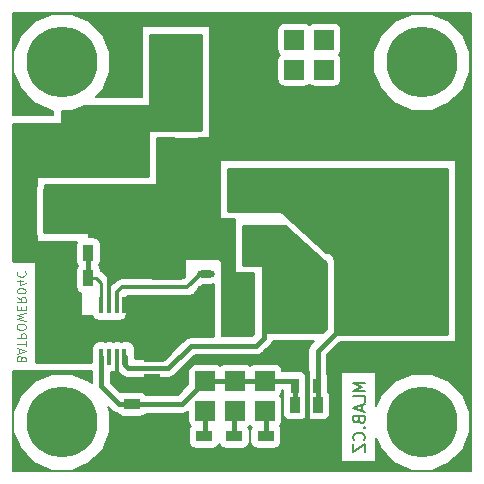
<source format=gbr>
G04 #@! TF.FileFunction,Copper,L2,Bot,Signal*
%FSLAX46Y46*%
G04 Gerber Fmt 4.6, Leading zero omitted, Abs format (unit mm)*
G04 Created by KiCad (PCBNEW 0.201503110816+5502~22~ubuntu14.10.1-product) date St 11. březen 2015, 19:54:32 CET*
%MOMM*%
G01*
G04 APERTURE LIST*
%ADD10C,0.100000*%
%ADD11C,0.200000*%
%ADD12R,1.651000X1.651000*%
%ADD13C,6.000000*%
%ADD14R,3.000000X5.500000*%
%ADD15R,3.810000X3.810000*%
%ADD16R,2.499360X2.550160*%
%ADD17R,1.397000X0.889000*%
%ADD18R,0.889000X1.397000*%
%ADD19R,2.700020X2.550160*%
%ADD20R,1.800860X2.499360*%
%ADD21R,2.499360X1.800860*%
%ADD22O,1.473200X0.609600*%
%ADD23R,0.450000X1.450000*%
%ADD24R,0.700000X1.300000*%
%ADD25C,0.889000*%
%ADD26C,0.254000*%
%ADD27C,0.400000*%
%ADD28C,0.300000*%
%ADD29C,1.000000*%
G04 APERTURE END LIST*
D10*
D11*
X30741881Y8405452D02*
X29741881Y8405452D01*
X30456167Y8072118D01*
X29741881Y7738785D01*
X30741881Y7738785D01*
X30741881Y6786404D02*
X30741881Y7262595D01*
X29741881Y7262595D01*
X30456167Y6500690D02*
X30456167Y6024499D01*
X30741881Y6595928D02*
X29741881Y6262595D01*
X30741881Y5929261D01*
X30218071Y5262594D02*
X30265690Y5119737D01*
X30313310Y5072118D01*
X30408548Y5024499D01*
X30551405Y5024499D01*
X30646643Y5072118D01*
X30694262Y5119737D01*
X30741881Y5214975D01*
X30741881Y5595928D01*
X29741881Y5595928D01*
X29741881Y5262594D01*
X29789500Y5167356D01*
X29837119Y5119737D01*
X29932357Y5072118D01*
X30027595Y5072118D01*
X30122833Y5119737D01*
X30170452Y5167356D01*
X30218071Y5262594D01*
X30218071Y5595928D01*
X30646643Y4595928D02*
X30694262Y4548309D01*
X30741881Y4595928D01*
X30694262Y4643547D01*
X30646643Y4595928D01*
X30741881Y4595928D01*
X30646643Y3548309D02*
X30694262Y3595928D01*
X30741881Y3738785D01*
X30741881Y3834023D01*
X30694262Y3976881D01*
X30599024Y4072119D01*
X30503786Y4119738D01*
X30313310Y4167357D01*
X30170452Y4167357D01*
X29979976Y4119738D01*
X29884738Y4072119D01*
X29789500Y3976881D01*
X29741881Y3834023D01*
X29741881Y3738785D01*
X29789500Y3595928D01*
X29837119Y3548309D01*
X29741881Y3214976D02*
X29741881Y2548309D01*
X30741881Y3214976D01*
X30741881Y2548309D01*
D10*
X1653771Y10467228D02*
X1618057Y10574371D01*
X1582343Y10610086D01*
X1510914Y10645800D01*
X1403771Y10645800D01*
X1332343Y10610086D01*
X1296629Y10574371D01*
X1260914Y10502943D01*
X1260914Y10217228D01*
X2010914Y10217228D01*
X2010914Y10467228D01*
X1975200Y10538657D01*
X1939486Y10574371D01*
X1868057Y10610086D01*
X1796629Y10610086D01*
X1725200Y10574371D01*
X1689486Y10538657D01*
X1653771Y10467228D01*
X1653771Y10217228D01*
X1475200Y10931514D02*
X1475200Y11288657D01*
X1260914Y10860086D02*
X2010914Y11110086D01*
X1260914Y11360086D01*
X2010914Y11502943D02*
X2010914Y11931514D01*
X1260914Y11717228D02*
X2010914Y11717228D01*
X1260914Y12181514D02*
X2010914Y12181514D01*
X2010914Y12467229D01*
X1975200Y12538657D01*
X1939486Y12574372D01*
X1868057Y12610086D01*
X1760914Y12610086D01*
X1689486Y12574372D01*
X1653771Y12538657D01*
X1618057Y12467229D01*
X1618057Y12181514D01*
X2010914Y13074372D02*
X2010914Y13217229D01*
X1975200Y13288657D01*
X1903771Y13360086D01*
X1760914Y13395800D01*
X1510914Y13395800D01*
X1368057Y13360086D01*
X1296629Y13288657D01*
X1260914Y13217229D01*
X1260914Y13074372D01*
X1296629Y13002943D01*
X1368057Y12931514D01*
X1510914Y12895800D01*
X1760914Y12895800D01*
X1903771Y12931514D01*
X1975200Y13002943D01*
X2010914Y13074372D01*
X2010914Y13645800D02*
X1260914Y13824371D01*
X1796629Y13967228D01*
X1260914Y14110086D01*
X2010914Y14288657D01*
X1653771Y14574371D02*
X1653771Y14824371D01*
X1260914Y14931514D02*
X1260914Y14574371D01*
X2010914Y14574371D01*
X2010914Y14931514D01*
X1260914Y15681514D02*
X1618057Y15431514D01*
X1260914Y15252942D02*
X2010914Y15252942D01*
X2010914Y15538657D01*
X1975200Y15610085D01*
X1939486Y15645800D01*
X1868057Y15681514D01*
X1760914Y15681514D01*
X1689486Y15645800D01*
X1653771Y15610085D01*
X1618057Y15538657D01*
X1618057Y15252942D01*
X2010914Y16145800D02*
X2010914Y16217228D01*
X1975200Y16288657D01*
X1939486Y16324371D01*
X1868057Y16360085D01*
X1725200Y16395800D01*
X1546629Y16395800D01*
X1403771Y16360085D01*
X1332343Y16324371D01*
X1296629Y16288657D01*
X1260914Y16217228D01*
X1260914Y16145800D01*
X1296629Y16074371D01*
X1332343Y16038657D01*
X1403771Y16002942D01*
X1546629Y15967228D01*
X1725200Y15967228D01*
X1868057Y16002942D01*
X1939486Y16038657D01*
X1975200Y16074371D01*
X2010914Y16145800D01*
X1760914Y17038657D02*
X1260914Y17038657D01*
X2046629Y16860086D02*
X1510914Y16681514D01*
X1510914Y17145800D01*
X1332343Y17860086D02*
X1296629Y17824372D01*
X1260914Y17717229D01*
X1260914Y17645800D01*
X1296629Y17538657D01*
X1368057Y17467229D01*
X1439486Y17431514D01*
X1582343Y17395800D01*
X1689486Y17395800D01*
X1832343Y17431514D01*
X1903771Y17467229D01*
X1975200Y17538657D01*
X2010914Y17645800D01*
X2010914Y17717229D01*
X1975200Y17824372D01*
X1939486Y17860086D01*
D12*
X15875000Y34417000D03*
X15875000Y36957000D03*
X10795000Y34417000D03*
X13335000Y34417000D03*
X18415000Y34417000D03*
X18415000Y36957000D03*
X13335000Y36957000D03*
X10795000Y36957000D03*
X22288500Y6032500D03*
X22288500Y8572500D03*
X19748500Y6032500D03*
X19748500Y8572500D03*
X17208500Y6032500D03*
X17208500Y8572500D03*
X24765000Y37457000D03*
X24765000Y34917000D03*
X29845000Y37457000D03*
X27305000Y37457000D03*
X22225000Y37457000D03*
X22225000Y34917000D03*
X27305000Y34917000D03*
X29845000Y34917000D03*
D13*
X35560000Y5080000D03*
X5080000Y35560000D03*
X5080000Y5080000D03*
X35560000Y35560000D03*
D14*
X25988000Y16121000D03*
X35988000Y16121000D03*
D15*
X35226000Y29591000D03*
X30226000Y29591000D03*
X35226000Y24574500D03*
X30226000Y24574500D03*
X5350500Y28003500D03*
X10350500Y28003500D03*
X5350500Y22987000D03*
X10350500Y22987000D03*
D16*
X13970000Y18399760D03*
X13970000Y13350240D03*
D17*
X12700000Y10604500D03*
X12700000Y8699500D03*
D18*
X5397500Y17272000D03*
X7302500Y17272000D03*
X26733500Y6545200D03*
X24828500Y6545200D03*
D17*
X10985500Y6604000D03*
X10985500Y4699000D03*
D19*
X25654000Y30988000D03*
X25654000Y24638000D03*
X20701000Y31115000D03*
X20701000Y24765000D03*
D20*
X15621000Y26957020D03*
X15621000Y30954980D03*
D21*
X17813020Y20701000D03*
X21810980Y20701000D03*
D22*
X17272000Y13843000D03*
X17272000Y15113000D03*
X17272000Y16383000D03*
X17272000Y17653000D03*
X22860000Y17653000D03*
X22860000Y16383000D03*
X22860000Y15113000D03*
X22860000Y13843000D03*
D18*
X5397500Y19431000D03*
X7302500Y19431000D03*
D17*
X19685000Y3873500D03*
X19685000Y1968500D03*
X17145000Y3873500D03*
X17145000Y1968500D03*
X22352000Y3873500D03*
X22352000Y1968500D03*
D23*
X10373000Y10627000D03*
X9723000Y10627000D03*
X9073000Y10627000D03*
X8423000Y10627000D03*
X8423000Y15027000D03*
X9073000Y15027000D03*
X9723000Y15027000D03*
X10373000Y15027000D03*
D24*
X26680200Y8153400D03*
X24780200Y8153400D03*
D25*
X24079200Y10236200D03*
X25476200Y11607800D03*
X25450800Y10210800D03*
X18084800Y10388600D03*
X25834999Y3922050D03*
X28041600Y3860800D03*
X28244800Y10490200D03*
X32512000Y10668000D03*
X14173200Y8077200D03*
X11049000Y8153400D03*
X21844000Y28702000D03*
X18796000Y28448000D03*
X13716000Y25146000D03*
X13716000Y23368000D03*
X16510000Y24892000D03*
X16256000Y22606000D03*
X15748000Y20320000D03*
X13970000Y20828000D03*
X10922000Y20066000D03*
X11176000Y18288000D03*
X9398000Y17399000D03*
X9753600Y8610600D03*
X11150600Y2971800D03*
X12852400Y4521200D03*
X14859000Y4622800D03*
X14909800Y2032000D03*
X18415000Y2006600D03*
X21056600Y2032000D03*
X23693341Y2338341D03*
X19151600Y16789400D03*
X20701000Y16789400D03*
X19202400Y15265400D03*
X20701000Y15316200D03*
X19253200Y13665200D03*
X20650200Y13563600D03*
D26*
X24155398Y10236200D02*
X24079200Y10236200D01*
X24168099Y10248901D02*
X24155398Y10236200D01*
X18084800Y10388600D02*
X23926800Y10388600D01*
X25450800Y10210800D02*
X24206200Y10210800D01*
X24206200Y10210800D02*
X24168099Y10248901D01*
X24133091Y9852001D02*
X24168099Y9887009D01*
X23926800Y10388600D02*
X24079200Y10236200D01*
X24168099Y9887009D02*
X24168099Y10248901D01*
D27*
X25834999Y3922050D02*
X25834999Y9344001D01*
X25834999Y9344001D02*
X25326999Y9852001D01*
X25326999Y9852001D02*
X24133091Y9852001D01*
D26*
X14173200Y8077200D02*
X16484600Y10388600D01*
X16484600Y10388600D02*
X17456183Y10388600D01*
X17456183Y10388600D02*
X18084800Y10388600D01*
D27*
X25755600Y2971800D02*
X25834999Y3051199D01*
X24326800Y2971800D02*
X25755600Y2971800D01*
X25834999Y3051199D02*
X25834999Y3922050D01*
D26*
X28041600Y10287000D02*
X28244800Y10490200D01*
X28041600Y3860800D02*
X28041600Y10287000D01*
X9753600Y8610600D02*
X10591800Y8610600D01*
X10591800Y8610600D02*
X11049000Y8153400D01*
X16510000Y24892000D02*
X16510000Y26162000D01*
X16510000Y26162000D02*
X18796000Y28448000D01*
X13716000Y25146000D02*
X16256000Y25146000D01*
X16256000Y25146000D02*
X16510000Y24892000D01*
X16510000Y24892000D02*
X14986000Y23368000D01*
X14986000Y23368000D02*
X13716000Y23368000D01*
X15748000Y20320000D02*
X15748000Y22098000D01*
X15748000Y22098000D02*
X16256000Y22606000D01*
X10922000Y20066000D02*
X13208000Y20066000D01*
X13208000Y20066000D02*
X13970000Y20828000D01*
X9398000Y17399000D02*
X10287000Y17399000D01*
X10287000Y17399000D02*
X11176000Y18288000D01*
D28*
X9073000Y15027000D02*
X9073000Y17074000D01*
X9073000Y17074000D02*
X9398000Y17399000D01*
X9073000Y15027000D02*
X9073000Y21709500D01*
X9073000Y21709500D02*
X10350500Y22987000D01*
X9723000Y8692000D02*
X9730500Y8699500D01*
X9730500Y8699500D02*
X12700000Y8699500D01*
X9723000Y10627000D02*
X9723000Y8692000D01*
X9753600Y8661400D02*
X9753600Y8610600D01*
X9723000Y8692000D02*
X9753600Y8661400D01*
D27*
X23323500Y1968500D02*
X24326800Y2971800D01*
X22225000Y1968500D02*
X23323500Y1968500D01*
D26*
X10985500Y3136900D02*
X11150600Y2971800D01*
X10985500Y4699000D02*
X10985500Y3136900D01*
X13481017Y4521200D02*
X13709617Y4749800D01*
X12852400Y4521200D02*
X13481017Y4521200D01*
X14732000Y4749800D02*
X14859000Y4622800D01*
X13709617Y4749800D02*
X14732000Y4749800D01*
X18389600Y2032000D02*
X18415000Y2006600D01*
X14909800Y2032000D02*
X18389600Y2032000D01*
X23387000Y2032000D02*
X23693341Y2338341D01*
X21056600Y2032000D02*
X23387000Y2032000D01*
X19151600Y18207990D02*
X19151600Y16789400D01*
X17813020Y19546570D02*
X19151600Y18207990D01*
X17813020Y20701000D02*
X17813020Y19546570D01*
X20701000Y16764000D02*
X19202400Y15265400D01*
X20701000Y16789400D02*
X20701000Y16764000D01*
X20701000Y15113000D02*
X19253200Y13665200D01*
X20701000Y15316200D02*
X20701000Y15113000D01*
D29*
X13970000Y13350240D02*
X13970000Y11075160D01*
X13970000Y11075160D02*
X13546849Y10652009D01*
X13546849Y10652009D02*
X12700000Y10652009D01*
D28*
X10373000Y15027000D02*
X12318640Y15027000D01*
X12318640Y15027000D02*
X13970000Y13375640D01*
X13970000Y13375640D02*
X13970000Y13350240D01*
D29*
X15875000Y36957000D02*
X15875000Y31208980D01*
X15875000Y31208980D02*
X15621000Y30954980D01*
X15875000Y36957000D02*
X15875000Y34417000D01*
X13335000Y34417000D02*
X15875000Y34417000D01*
X13335000Y36957000D02*
X13335000Y34417000D01*
X7946001Y30980001D02*
X5287000Y28321000D01*
X13695549Y30980001D02*
X7946001Y30980001D01*
X13720570Y30954980D02*
X13695549Y30980001D01*
X15621000Y30954980D02*
X13720570Y30954980D01*
D26*
X8423000Y15027000D02*
X8423000Y16850000D01*
X8423000Y16850000D02*
X8001000Y17272000D01*
X8001000Y17272000D02*
X7302500Y17272000D01*
D27*
X7300000Y19431000D02*
X7300000Y17476000D01*
X26733500Y8255000D02*
X26733500Y6545200D01*
X26733500Y11112500D02*
X26733500Y8255000D01*
X26733500Y11112500D02*
X31242000Y15621000D01*
X31242000Y15621000D02*
X35988000Y15621000D01*
X22288500Y8572500D02*
X24511000Y8572500D01*
X17208500Y8572500D02*
X22288500Y8572500D01*
X17208500Y8572500D02*
X19748500Y8572500D01*
X10985500Y6604000D02*
X15240000Y6604000D01*
X15240000Y6604000D02*
X17208500Y8572500D01*
X10985500Y6604000D02*
X9887000Y6604000D01*
X9887000Y6604000D02*
X8393999Y8097001D01*
X8393999Y8097001D02*
X8393999Y9538799D01*
X8393999Y9538799D02*
X8393999Y10627000D01*
X24828500Y8255000D02*
X24828500Y6545200D01*
X24511000Y8572500D02*
X24828500Y8255000D01*
X10402001Y9917999D02*
X10402001Y10627000D01*
X10668000Y9652000D02*
X10402001Y9917999D01*
X11905733Y9652000D02*
X10668000Y9652000D01*
X22777400Y13055600D02*
X22860000Y13138200D01*
X22174200Y13055600D02*
X22777400Y13055600D01*
X22860000Y13138200D02*
X22860000Y13843000D01*
X22174200Y12217400D02*
X22174200Y13055600D01*
X21504434Y11547634D02*
X22174200Y12217400D01*
X15987187Y11547634D02*
X21504434Y11547634D01*
X14091553Y9652000D02*
X15987187Y11547634D01*
X11905733Y9652000D02*
X14091553Y9652000D01*
X22352000Y3873500D02*
X22352000Y5969000D01*
X22352000Y5969000D02*
X22288500Y6032500D01*
X19685000Y3873500D02*
X19685000Y5969000D01*
X19685000Y5969000D02*
X19748500Y6032500D01*
X17208500Y6032500D02*
X17208500Y3937000D01*
X17208500Y3937000D02*
X17145000Y3873500D01*
D28*
X15697200Y16510000D02*
X10178798Y16510000D01*
X10178798Y16510000D02*
X9723000Y16054202D01*
X9723000Y16054202D02*
X9723000Y16052000D01*
X9723000Y16052000D02*
X9723000Y15027000D01*
X16840200Y17653000D02*
X15697200Y16510000D01*
D27*
X16840200Y17653000D02*
X17272000Y17653000D01*
D26*
G36*
X27432000Y12991868D02*
X27140132Y12700000D01*
X22098000Y12700000D01*
X22098000Y18415000D01*
X20447000Y18415000D01*
X20447000Y21717000D01*
X23931093Y21717000D01*
X27432000Y18516171D01*
X27432000Y12991868D01*
X27432000Y12991868D01*
G37*
X27432000Y12991868D02*
X27140132Y12700000D01*
X22098000Y12700000D01*
X22098000Y18415000D01*
X20447000Y18415000D01*
X20447000Y21717000D01*
X23931093Y21717000D01*
X27432000Y18516171D01*
X27432000Y12991868D01*
G36*
X37719000Y12573000D02*
X30607000Y12573000D01*
X28194000Y12573000D01*
X28194000Y18851966D01*
X28127301Y18912948D01*
X28088463Y19113123D01*
X27948673Y19325927D01*
X27737640Y19468377D01*
X27488000Y19518440D01*
X27465043Y19518440D01*
X23671306Y22987000D01*
X19177000Y22987000D01*
X19177000Y26543000D01*
X27432000Y26543000D01*
X37592000Y26543000D01*
X37719000Y26543000D01*
X37719000Y12573000D01*
X37719000Y12573000D01*
G37*
X37719000Y12573000D02*
X30607000Y12573000D01*
X28194000Y12573000D01*
X28194000Y18851966D01*
X28127301Y18912948D01*
X28088463Y19113123D01*
X27948673Y19325927D01*
X27737640Y19468377D01*
X27488000Y19518440D01*
X27465043Y19518440D01*
X23671306Y22987000D01*
X19177000Y22987000D01*
X19177000Y26543000D01*
X27432000Y26543000D01*
X37592000Y26543000D01*
X37719000Y26543000D01*
X37719000Y12573000D01*
D11*
G36*
X26443316Y11965000D02*
X26162158Y11683842D01*
X25987005Y11421709D01*
X25925500Y11112500D01*
X25925500Y9264774D01*
X25894616Y9244486D01*
X25758224Y9042426D01*
X25730529Y8904327D01*
X25705131Y9035228D01*
X25571286Y9238984D01*
X25369226Y9375376D01*
X25130200Y9423311D01*
X24430200Y9423311D01*
X24209551Y9380500D01*
X23733911Y9380500D01*
X23733911Y9398000D01*
X23688931Y9629828D01*
X23555086Y9833584D01*
X23353026Y9969976D01*
X23114000Y10017911D01*
X21463000Y10017911D01*
X21231172Y9972931D01*
X21027416Y9839086D01*
X21019335Y9827115D01*
X21015086Y9833584D01*
X20813026Y9969976D01*
X20574000Y10017911D01*
X18923000Y10017911D01*
X18691172Y9972931D01*
X18487416Y9839086D01*
X18479335Y9827115D01*
X18475086Y9833584D01*
X18273026Y9969976D01*
X18034000Y10017911D01*
X16383000Y10017911D01*
X16151172Y9972931D01*
X15947416Y9839086D01*
X15811024Y9637026D01*
X15763089Y9398000D01*
X15763089Y8269774D01*
X14905315Y7412000D01*
X12172437Y7412000D01*
X12125086Y7484084D01*
X11923026Y7620476D01*
X11684000Y7668411D01*
X10287000Y7668411D01*
X10055172Y7623431D01*
X10028061Y7605623D01*
X9201999Y8431685D01*
X9201999Y9282089D01*
X9298000Y9282089D01*
X9529828Y9327069D01*
X9678911Y9425000D01*
X9768270Y9425000D01*
X9786561Y9412654D01*
X9830659Y9346657D01*
X10096657Y9080658D01*
X10096658Y9080658D01*
X10271810Y8963625D01*
X10358791Y8905506D01*
X10358792Y8905505D01*
X10668000Y8844000D01*
X11905733Y8844000D01*
X14091553Y8844000D01*
X14400761Y8905505D01*
X14400762Y8905505D01*
X14662895Y9080658D01*
X16321871Y10739634D01*
X21504434Y10739634D01*
X21813642Y10801139D01*
X21813643Y10801139D01*
X22075776Y10976292D01*
X22745542Y11646058D01*
X22920695Y11908191D01*
X22920695Y11908192D01*
X22930899Y11959492D01*
X22931994Y11965000D01*
X26443316Y11965000D01*
X26443316Y11965000D01*
G37*
X26443316Y11965000D02*
X26162158Y11683842D01*
X25987005Y11421709D01*
X25925500Y11112500D01*
X25925500Y9264774D01*
X25894616Y9244486D01*
X25758224Y9042426D01*
X25730529Y8904327D01*
X25705131Y9035228D01*
X25571286Y9238984D01*
X25369226Y9375376D01*
X25130200Y9423311D01*
X24430200Y9423311D01*
X24209551Y9380500D01*
X23733911Y9380500D01*
X23733911Y9398000D01*
X23688931Y9629828D01*
X23555086Y9833584D01*
X23353026Y9969976D01*
X23114000Y10017911D01*
X21463000Y10017911D01*
X21231172Y9972931D01*
X21027416Y9839086D01*
X21019335Y9827115D01*
X21015086Y9833584D01*
X20813026Y9969976D01*
X20574000Y10017911D01*
X18923000Y10017911D01*
X18691172Y9972931D01*
X18487416Y9839086D01*
X18479335Y9827115D01*
X18475086Y9833584D01*
X18273026Y9969976D01*
X18034000Y10017911D01*
X16383000Y10017911D01*
X16151172Y9972931D01*
X15947416Y9839086D01*
X15811024Y9637026D01*
X15763089Y9398000D01*
X15763089Y8269774D01*
X14905315Y7412000D01*
X12172437Y7412000D01*
X12125086Y7484084D01*
X11923026Y7620476D01*
X11684000Y7668411D01*
X10287000Y7668411D01*
X10055172Y7623431D01*
X10028061Y7605623D01*
X9201999Y8431685D01*
X9201999Y9282089D01*
X9298000Y9282089D01*
X9529828Y9327069D01*
X9678911Y9425000D01*
X9768270Y9425000D01*
X9786561Y9412654D01*
X9830659Y9346657D01*
X10096657Y9080658D01*
X10096658Y9080658D01*
X10271810Y8963625D01*
X10358791Y8905506D01*
X10358792Y8905505D01*
X10668000Y8844000D01*
X11905733Y8844000D01*
X14091553Y8844000D01*
X14400761Y8905505D01*
X14400762Y8905505D01*
X14662895Y9080658D01*
X16321871Y10739634D01*
X21504434Y10739634D01*
X21813642Y10801139D01*
X21813643Y10801139D01*
X22075776Y10976292D01*
X22745542Y11646058D01*
X22920695Y11908191D01*
X22920695Y11908192D01*
X22930899Y11959492D01*
X22931994Y11965000D01*
X26443316Y11965000D01*
G36*
X39726000Y914000D02*
X39660710Y914000D01*
X39660710Y5891963D01*
X39660710Y36371963D01*
X39037838Y37879429D01*
X37885496Y39033784D01*
X36379118Y39659287D01*
X34748037Y39660710D01*
X33240571Y39037838D01*
X32086216Y37885496D01*
X31460713Y36379118D01*
X31459290Y34748037D01*
X32082162Y33240571D01*
X33234504Y32086216D01*
X34740882Y31460713D01*
X36371963Y31459290D01*
X37879429Y32082162D01*
X39033784Y33234504D01*
X39659287Y34740882D01*
X39660710Y36371963D01*
X39660710Y5891963D01*
X39037838Y7399429D01*
X37885496Y8553784D01*
X36379118Y9179287D01*
X34748037Y9180710D01*
X33240571Y8557838D01*
X32086216Y7405496D01*
X31697500Y6469365D01*
X31697500Y9351548D01*
X28681500Y9351548D01*
X28681500Y1697453D01*
X31697500Y1697453D01*
X31697500Y3691524D01*
X32082162Y2760571D01*
X33234504Y1606216D01*
X34740882Y980713D01*
X36371963Y979290D01*
X37879429Y1602162D01*
X39033784Y2754504D01*
X39659287Y4260882D01*
X39660710Y5891963D01*
X39660710Y914000D01*
X914000Y914000D01*
X914000Y9380657D01*
X2883200Y9380657D01*
X2883200Y9425000D01*
X7585999Y9425000D01*
X7585999Y8372965D01*
X7405496Y8553784D01*
X5899118Y9179287D01*
X4268037Y9180710D01*
X2760571Y8557838D01*
X1606216Y7405496D01*
X980713Y5899118D01*
X979290Y4268037D01*
X1602162Y2760571D01*
X2754504Y1606216D01*
X4260882Y980713D01*
X5891963Y979290D01*
X7399429Y1602162D01*
X8553784Y2754504D01*
X9179287Y4260882D01*
X9180710Y5891963D01*
X8986620Y6361696D01*
X9315658Y6032658D01*
X9577791Y5857505D01*
X9577792Y5857505D01*
X9629091Y5847301D01*
X9785270Y5816236D01*
X9845914Y5723916D01*
X10047974Y5587524D01*
X10287000Y5539589D01*
X11684000Y5539589D01*
X11915828Y5584569D01*
X12119584Y5718414D01*
X12171955Y5796000D01*
X15240000Y5796000D01*
X15549208Y5857505D01*
X15549209Y5857505D01*
X15763089Y6000417D01*
X15763089Y5207000D01*
X15808069Y4975172D01*
X15941914Y4771416D01*
X15995035Y4735559D01*
X15874524Y4557026D01*
X15826589Y4318000D01*
X15826589Y3429000D01*
X15871569Y3197172D01*
X16005414Y2993416D01*
X16207474Y2857024D01*
X16446500Y2809089D01*
X17843500Y2809089D01*
X18075328Y2854069D01*
X18279084Y2987914D01*
X18415476Y3189974D01*
X18415668Y3190932D01*
X18545414Y2993416D01*
X18747474Y2857024D01*
X18986500Y2809089D01*
X20383500Y2809089D01*
X20615328Y2854069D01*
X20819084Y2987914D01*
X20955476Y3189974D01*
X21003411Y3429000D01*
X21003411Y4318000D01*
X20958431Y4549828D01*
X20874692Y4677306D01*
X21009584Y4765914D01*
X21017664Y4777886D01*
X21021914Y4771416D01*
X21162282Y4676667D01*
X21081524Y4557026D01*
X21033589Y4318000D01*
X21033589Y3429000D01*
X21078569Y3197172D01*
X21212414Y2993416D01*
X21414474Y2857024D01*
X21653500Y2809089D01*
X23050500Y2809089D01*
X23282328Y2854069D01*
X23486084Y2987914D01*
X23622476Y3189974D01*
X23670411Y3429000D01*
X23670411Y4318000D01*
X23625431Y4549828D01*
X23503410Y4735584D01*
X23549584Y4765914D01*
X23685976Y4967974D01*
X23733911Y5207000D01*
X23733911Y6858000D01*
X23688931Y7089828D01*
X23555086Y7293584D01*
X23543114Y7301665D01*
X23549584Y7305914D01*
X23685976Y7507974D01*
X23733911Y7747000D01*
X23733911Y7764500D01*
X23810289Y7764500D01*
X23810289Y7503400D01*
X23813792Y7485346D01*
X23812024Y7482726D01*
X23764089Y7243700D01*
X23764089Y5846700D01*
X23809069Y5614872D01*
X23942914Y5411116D01*
X24144974Y5274724D01*
X24384000Y5226789D01*
X25273000Y5226789D01*
X25504828Y5271769D01*
X25708584Y5405614D01*
X25781028Y5512938D01*
X25847914Y5411116D01*
X26049974Y5274724D01*
X26289000Y5226789D01*
X27178000Y5226789D01*
X27409828Y5271769D01*
X27613584Y5405614D01*
X27749976Y5607674D01*
X27797911Y5846700D01*
X27797911Y7243700D01*
X27752931Y7475528D01*
X27650111Y7632053D01*
X27650111Y8803400D01*
X27605131Y9035228D01*
X27541500Y9132095D01*
X27541500Y10777816D01*
X28601684Y11838000D01*
X30607000Y11838000D01*
X38454000Y11838000D01*
X38454000Y27278000D01*
X37592000Y27278000D01*
X28750411Y27278000D01*
X28750411Y34091500D01*
X28750411Y35742500D01*
X28705431Y35974328D01*
X28571586Y36178084D01*
X28559614Y36186165D01*
X28566084Y36190414D01*
X28702476Y36392474D01*
X28750411Y36631500D01*
X28750411Y38282500D01*
X28705431Y38514328D01*
X28571586Y38718084D01*
X28369526Y38854476D01*
X28130500Y38902411D01*
X26479500Y38902411D01*
X26247672Y38857431D01*
X26043916Y38723586D01*
X26035835Y38711615D01*
X26031586Y38718084D01*
X25829526Y38854476D01*
X25590500Y38902411D01*
X23939500Y38902411D01*
X23707672Y38857431D01*
X23503916Y38723586D01*
X23367524Y38521526D01*
X23319589Y38282500D01*
X23319589Y36631500D01*
X23364569Y36399672D01*
X23498414Y36195916D01*
X23510385Y36187836D01*
X23503916Y36183586D01*
X23367524Y35981526D01*
X23319589Y35742500D01*
X23319589Y34091500D01*
X23364569Y33859672D01*
X23498414Y33655916D01*
X23700474Y33519524D01*
X23939500Y33471589D01*
X25590500Y33471589D01*
X25822328Y33516569D01*
X26026084Y33650414D01*
X26034164Y33662386D01*
X26038414Y33655916D01*
X26240474Y33519524D01*
X26479500Y33471589D01*
X28130500Y33471589D01*
X28362328Y33516569D01*
X28566084Y33650414D01*
X28702476Y33852474D01*
X28750411Y34091500D01*
X28750411Y27278000D01*
X27432000Y27278000D01*
X18442000Y27278000D01*
X18442000Y22252000D01*
X19712000Y22252000D01*
X19712000Y17680000D01*
X21363000Y17680000D01*
X21363000Y12548884D01*
X21169750Y12355634D01*
X18642000Y12355634D01*
X18642000Y13838265D01*
X18642942Y13843000D01*
X18642000Y13847735D01*
X18642000Y15108265D01*
X18642942Y15113000D01*
X18642000Y15117735D01*
X18642000Y16378265D01*
X18642942Y16383000D01*
X18642000Y16387735D01*
X18642000Y17648265D01*
X18642942Y17653000D01*
X18642000Y17657735D01*
X18642000Y18896000D01*
X15521000Y18896000D01*
X15521000Y17405774D01*
X15383226Y17268000D01*
X10178798Y17268000D01*
X9888724Y17210301D01*
X9642811Y17045987D01*
X9187013Y16590189D01*
X9158000Y16546769D01*
X9158000Y16850000D01*
X9102051Y17131272D01*
X8942723Y17369723D01*
X8942723Y17369724D01*
X8520723Y17791723D01*
X8366911Y17894497D01*
X8366911Y17970500D01*
X8321931Y18202328D01*
X8223547Y18352100D01*
X8318976Y18493474D01*
X8366911Y18732500D01*
X8366911Y20129500D01*
X8321931Y20361328D01*
X8188086Y20565084D01*
X7986026Y20701476D01*
X7747000Y20749411D01*
X7339000Y20749411D01*
X7339000Y21055000D01*
X3656000Y21055000D01*
X3656000Y25173000D01*
X13117500Y25173000D01*
X13117500Y29110000D01*
X14597848Y29110000D01*
X14720570Y29085389D01*
X16521430Y29085389D01*
X16648275Y29110000D01*
X17626000Y29110000D01*
X17626000Y38581000D01*
X11838000Y38581000D01*
X11838000Y32612000D01*
X7930192Y32612000D01*
X8553784Y33234504D01*
X9179287Y34740882D01*
X9180710Y36371963D01*
X8557838Y37879429D01*
X7405496Y39033784D01*
X5899118Y39659287D01*
X4268037Y39660710D01*
X2760571Y39037838D01*
X1606216Y37885496D01*
X980713Y36379118D01*
X979290Y34748037D01*
X1602162Y33240571D01*
X2754504Y32086216D01*
X4260882Y31460713D01*
X4345000Y31460640D01*
X4345000Y31088000D01*
X914000Y31088000D01*
X914000Y39726000D01*
X39726000Y39726000D01*
X39726000Y914000D01*
X39726000Y914000D01*
G37*
X39726000Y914000D02*
X39660710Y914000D01*
X39660710Y5891963D01*
X39660710Y36371963D01*
X39037838Y37879429D01*
X37885496Y39033784D01*
X36379118Y39659287D01*
X34748037Y39660710D01*
X33240571Y39037838D01*
X32086216Y37885496D01*
X31460713Y36379118D01*
X31459290Y34748037D01*
X32082162Y33240571D01*
X33234504Y32086216D01*
X34740882Y31460713D01*
X36371963Y31459290D01*
X37879429Y32082162D01*
X39033784Y33234504D01*
X39659287Y34740882D01*
X39660710Y36371963D01*
X39660710Y5891963D01*
X39037838Y7399429D01*
X37885496Y8553784D01*
X36379118Y9179287D01*
X34748037Y9180710D01*
X33240571Y8557838D01*
X32086216Y7405496D01*
X31697500Y6469365D01*
X31697500Y9351548D01*
X28681500Y9351548D01*
X28681500Y1697453D01*
X31697500Y1697453D01*
X31697500Y3691524D01*
X32082162Y2760571D01*
X33234504Y1606216D01*
X34740882Y980713D01*
X36371963Y979290D01*
X37879429Y1602162D01*
X39033784Y2754504D01*
X39659287Y4260882D01*
X39660710Y5891963D01*
X39660710Y914000D01*
X914000Y914000D01*
X914000Y9380657D01*
X2883200Y9380657D01*
X2883200Y9425000D01*
X7585999Y9425000D01*
X7585999Y8372965D01*
X7405496Y8553784D01*
X5899118Y9179287D01*
X4268037Y9180710D01*
X2760571Y8557838D01*
X1606216Y7405496D01*
X980713Y5899118D01*
X979290Y4268037D01*
X1602162Y2760571D01*
X2754504Y1606216D01*
X4260882Y980713D01*
X5891963Y979290D01*
X7399429Y1602162D01*
X8553784Y2754504D01*
X9179287Y4260882D01*
X9180710Y5891963D01*
X8986620Y6361696D01*
X9315658Y6032658D01*
X9577791Y5857505D01*
X9577792Y5857505D01*
X9629091Y5847301D01*
X9785270Y5816236D01*
X9845914Y5723916D01*
X10047974Y5587524D01*
X10287000Y5539589D01*
X11684000Y5539589D01*
X11915828Y5584569D01*
X12119584Y5718414D01*
X12171955Y5796000D01*
X15240000Y5796000D01*
X15549208Y5857505D01*
X15549209Y5857505D01*
X15763089Y6000417D01*
X15763089Y5207000D01*
X15808069Y4975172D01*
X15941914Y4771416D01*
X15995035Y4735559D01*
X15874524Y4557026D01*
X15826589Y4318000D01*
X15826589Y3429000D01*
X15871569Y3197172D01*
X16005414Y2993416D01*
X16207474Y2857024D01*
X16446500Y2809089D01*
X17843500Y2809089D01*
X18075328Y2854069D01*
X18279084Y2987914D01*
X18415476Y3189974D01*
X18415668Y3190932D01*
X18545414Y2993416D01*
X18747474Y2857024D01*
X18986500Y2809089D01*
X20383500Y2809089D01*
X20615328Y2854069D01*
X20819084Y2987914D01*
X20955476Y3189974D01*
X21003411Y3429000D01*
X21003411Y4318000D01*
X20958431Y4549828D01*
X20874692Y4677306D01*
X21009584Y4765914D01*
X21017664Y4777886D01*
X21021914Y4771416D01*
X21162282Y4676667D01*
X21081524Y4557026D01*
X21033589Y4318000D01*
X21033589Y3429000D01*
X21078569Y3197172D01*
X21212414Y2993416D01*
X21414474Y2857024D01*
X21653500Y2809089D01*
X23050500Y2809089D01*
X23282328Y2854069D01*
X23486084Y2987914D01*
X23622476Y3189974D01*
X23670411Y3429000D01*
X23670411Y4318000D01*
X23625431Y4549828D01*
X23503410Y4735584D01*
X23549584Y4765914D01*
X23685976Y4967974D01*
X23733911Y5207000D01*
X23733911Y6858000D01*
X23688931Y7089828D01*
X23555086Y7293584D01*
X23543114Y7301665D01*
X23549584Y7305914D01*
X23685976Y7507974D01*
X23733911Y7747000D01*
X23733911Y7764500D01*
X23810289Y7764500D01*
X23810289Y7503400D01*
X23813792Y7485346D01*
X23812024Y7482726D01*
X23764089Y7243700D01*
X23764089Y5846700D01*
X23809069Y5614872D01*
X23942914Y5411116D01*
X24144974Y5274724D01*
X24384000Y5226789D01*
X25273000Y5226789D01*
X25504828Y5271769D01*
X25708584Y5405614D01*
X25781028Y5512938D01*
X25847914Y5411116D01*
X26049974Y5274724D01*
X26289000Y5226789D01*
X27178000Y5226789D01*
X27409828Y5271769D01*
X27613584Y5405614D01*
X27749976Y5607674D01*
X27797911Y5846700D01*
X27797911Y7243700D01*
X27752931Y7475528D01*
X27650111Y7632053D01*
X27650111Y8803400D01*
X27605131Y9035228D01*
X27541500Y9132095D01*
X27541500Y10777816D01*
X28601684Y11838000D01*
X30607000Y11838000D01*
X38454000Y11838000D01*
X38454000Y27278000D01*
X37592000Y27278000D01*
X28750411Y27278000D01*
X28750411Y34091500D01*
X28750411Y35742500D01*
X28705431Y35974328D01*
X28571586Y36178084D01*
X28559614Y36186165D01*
X28566084Y36190414D01*
X28702476Y36392474D01*
X28750411Y36631500D01*
X28750411Y38282500D01*
X28705431Y38514328D01*
X28571586Y38718084D01*
X28369526Y38854476D01*
X28130500Y38902411D01*
X26479500Y38902411D01*
X26247672Y38857431D01*
X26043916Y38723586D01*
X26035835Y38711615D01*
X26031586Y38718084D01*
X25829526Y38854476D01*
X25590500Y38902411D01*
X23939500Y38902411D01*
X23707672Y38857431D01*
X23503916Y38723586D01*
X23367524Y38521526D01*
X23319589Y38282500D01*
X23319589Y36631500D01*
X23364569Y36399672D01*
X23498414Y36195916D01*
X23510385Y36187836D01*
X23503916Y36183586D01*
X23367524Y35981526D01*
X23319589Y35742500D01*
X23319589Y34091500D01*
X23364569Y33859672D01*
X23498414Y33655916D01*
X23700474Y33519524D01*
X23939500Y33471589D01*
X25590500Y33471589D01*
X25822328Y33516569D01*
X26026084Y33650414D01*
X26034164Y33662386D01*
X26038414Y33655916D01*
X26240474Y33519524D01*
X26479500Y33471589D01*
X28130500Y33471589D01*
X28362328Y33516569D01*
X28566084Y33650414D01*
X28702476Y33852474D01*
X28750411Y34091500D01*
X28750411Y27278000D01*
X27432000Y27278000D01*
X18442000Y27278000D01*
X18442000Y22252000D01*
X19712000Y22252000D01*
X19712000Y17680000D01*
X21363000Y17680000D01*
X21363000Y12548884D01*
X21169750Y12355634D01*
X18642000Y12355634D01*
X18642000Y13838265D01*
X18642942Y13843000D01*
X18642000Y13847735D01*
X18642000Y15108265D01*
X18642942Y15113000D01*
X18642000Y15117735D01*
X18642000Y16378265D01*
X18642942Y16383000D01*
X18642000Y16387735D01*
X18642000Y17648265D01*
X18642942Y17653000D01*
X18642000Y17657735D01*
X18642000Y18896000D01*
X15521000Y18896000D01*
X15521000Y17405774D01*
X15383226Y17268000D01*
X10178798Y17268000D01*
X9888724Y17210301D01*
X9642811Y17045987D01*
X9187013Y16590189D01*
X9158000Y16546769D01*
X9158000Y16850000D01*
X9102051Y17131272D01*
X8942723Y17369723D01*
X8942723Y17369724D01*
X8520723Y17791723D01*
X8366911Y17894497D01*
X8366911Y17970500D01*
X8321931Y18202328D01*
X8223547Y18352100D01*
X8318976Y18493474D01*
X8366911Y18732500D01*
X8366911Y20129500D01*
X8321931Y20361328D01*
X8188086Y20565084D01*
X7986026Y20701476D01*
X7747000Y20749411D01*
X7339000Y20749411D01*
X7339000Y21055000D01*
X3656000Y21055000D01*
X3656000Y25173000D01*
X13117500Y25173000D01*
X13117500Y29110000D01*
X14597848Y29110000D01*
X14720570Y29085389D01*
X16521430Y29085389D01*
X16648275Y29110000D01*
X17626000Y29110000D01*
X17626000Y38581000D01*
X11838000Y38581000D01*
X11838000Y32612000D01*
X7930192Y32612000D01*
X8553784Y33234504D01*
X9179287Y34740882D01*
X9180710Y36371963D01*
X8557838Y37879429D01*
X7405496Y39033784D01*
X5899118Y39659287D01*
X4268037Y39660710D01*
X2760571Y39037838D01*
X1606216Y37885496D01*
X980713Y36379118D01*
X979290Y34748037D01*
X1602162Y33240571D01*
X2754504Y32086216D01*
X4260882Y31460713D01*
X4345000Y31460640D01*
X4345000Y31088000D01*
X914000Y31088000D01*
X914000Y39726000D01*
X39726000Y39726000D01*
X39726000Y914000D01*
D26*
G36*
X17907000Y12382634D02*
X15987187Y12382634D01*
X15667646Y12319073D01*
X15396753Y12138068D01*
X13745685Y10487000D01*
X11905733Y10487000D01*
X11245440Y10487000D01*
X11245440Y11352000D01*
X11198463Y11594123D01*
X11058673Y11806927D01*
X10847640Y11949377D01*
X10598000Y11999440D01*
X10148000Y11999440D01*
X10046347Y11979718D01*
X9948000Y11999440D01*
X9498000Y11999440D01*
X9396347Y11979718D01*
X9298000Y11999440D01*
X8848000Y11999440D01*
X8746347Y11979718D01*
X8648000Y11999440D01*
X8198000Y11999440D01*
X7955877Y11952463D01*
X7743073Y11812673D01*
X7600623Y11601640D01*
X7550560Y11352000D01*
X7550560Y10160000D01*
X2910200Y10160000D01*
X2910200Y18687943D01*
X941000Y18687943D01*
X941000Y30353000D01*
X5080000Y30353000D01*
X5080000Y31432999D01*
X5897310Y31432285D01*
X6973603Y31877000D01*
X12573000Y31877000D01*
X12573000Y37846000D01*
X16891000Y37846000D01*
X16891000Y29845000D01*
X12382500Y29845000D01*
X12382500Y25908000D01*
X2921000Y25908000D01*
X2921000Y25249604D01*
X2848123Y25141640D01*
X2798060Y24892000D01*
X2798060Y21082000D01*
X2845037Y20839877D01*
X2921000Y20724237D01*
X2921000Y20320000D01*
X6248763Y20320000D01*
X6210560Y20129500D01*
X6210560Y18732500D01*
X6257537Y18490377D01*
X6349025Y18351104D01*
X6260623Y18220140D01*
X6210560Y17970500D01*
X6210560Y16573500D01*
X6257537Y16331377D01*
X6397327Y16118573D01*
X6604000Y15979066D01*
X6604000Y14097000D01*
X7590334Y14097000D01*
X7597537Y14059877D01*
X7737327Y13847073D01*
X7948360Y13704623D01*
X8198000Y13654560D01*
X8648000Y13654560D01*
X8749652Y13674283D01*
X8848000Y13654560D01*
X9298000Y13654560D01*
X9399652Y13674283D01*
X9498000Y13654560D01*
X9948000Y13654560D01*
X10190123Y13701537D01*
X10402927Y13841327D01*
X10545377Y14052360D01*
X10595440Y14302000D01*
X10595440Y15725000D01*
X15697200Y15725000D01*
X15997606Y15784755D01*
X15997607Y15784755D01*
X16132668Y15875000D01*
X16256000Y15875000D01*
X16256000Y15958642D01*
X17010558Y16713200D01*
X17730671Y16713200D01*
X17907000Y16748275D01*
X17907000Y12382634D01*
X17907000Y12382634D01*
G37*
X17907000Y12382634D02*
X15987187Y12382634D01*
X15667646Y12319073D01*
X15396753Y12138068D01*
X13745685Y10487000D01*
X11905733Y10487000D01*
X11245440Y10487000D01*
X11245440Y11352000D01*
X11198463Y11594123D01*
X11058673Y11806927D01*
X10847640Y11949377D01*
X10598000Y11999440D01*
X10148000Y11999440D01*
X10046347Y11979718D01*
X9948000Y11999440D01*
X9498000Y11999440D01*
X9396347Y11979718D01*
X9298000Y11999440D01*
X8848000Y11999440D01*
X8746347Y11979718D01*
X8648000Y11999440D01*
X8198000Y11999440D01*
X7955877Y11952463D01*
X7743073Y11812673D01*
X7600623Y11601640D01*
X7550560Y11352000D01*
X7550560Y10160000D01*
X2910200Y10160000D01*
X2910200Y18687943D01*
X941000Y18687943D01*
X941000Y30353000D01*
X5080000Y30353000D01*
X5080000Y31432999D01*
X5897310Y31432285D01*
X6973603Y31877000D01*
X12573000Y31877000D01*
X12573000Y37846000D01*
X16891000Y37846000D01*
X16891000Y29845000D01*
X12382500Y29845000D01*
X12382500Y25908000D01*
X2921000Y25908000D01*
X2921000Y25249604D01*
X2848123Y25141640D01*
X2798060Y24892000D01*
X2798060Y21082000D01*
X2845037Y20839877D01*
X2921000Y20724237D01*
X2921000Y20320000D01*
X6248763Y20320000D01*
X6210560Y20129500D01*
X6210560Y18732500D01*
X6257537Y18490377D01*
X6349025Y18351104D01*
X6260623Y18220140D01*
X6210560Y17970500D01*
X6210560Y16573500D01*
X6257537Y16331377D01*
X6397327Y16118573D01*
X6604000Y15979066D01*
X6604000Y14097000D01*
X7590334Y14097000D01*
X7597537Y14059877D01*
X7737327Y13847073D01*
X7948360Y13704623D01*
X8198000Y13654560D01*
X8648000Y13654560D01*
X8749652Y13674283D01*
X8848000Y13654560D01*
X9298000Y13654560D01*
X9399652Y13674283D01*
X9498000Y13654560D01*
X9948000Y13654560D01*
X10190123Y13701537D01*
X10402927Y13841327D01*
X10545377Y14052360D01*
X10595440Y14302000D01*
X10595440Y15725000D01*
X15697200Y15725000D01*
X15997606Y15784755D01*
X15997607Y15784755D01*
X16132668Y15875000D01*
X16256000Y15875000D01*
X16256000Y15958642D01*
X17010558Y16713200D01*
X17730671Y16713200D01*
X17907000Y16748275D01*
X17907000Y12382634D01*
M02*

</source>
